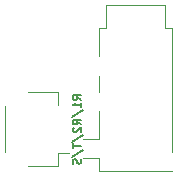
<source format=gbr>
%TF.GenerationSoftware,KiCad,Pcbnew,(6.0.5-0)*%
%TF.CreationDate,2022-07-05T23:04:03-07:00*%
%TF.ProjectId,trrs,74727273-2e6b-4696-9361-645f70636258,rev?*%
%TF.SameCoordinates,Original*%
%TF.FileFunction,Legend,Bot*%
%TF.FilePolarity,Positive*%
%FSLAX46Y46*%
G04 Gerber Fmt 4.6, Leading zero omitted, Abs format (unit mm)*
G04 Created by KiCad (PCBNEW (6.0.5-0)) date 2022-07-05 23:04:03*
%MOMM*%
%LPD*%
G01*
G04 APERTURE LIST*
%ADD10C,0.152400*%
%ADD11C,0.120000*%
G04 APERTURE END LIST*
D10*
X95363666Y-49670000D02*
X95030333Y-49436666D01*
X95363666Y-49270000D02*
X94663666Y-49270000D01*
X94663666Y-49536666D01*
X94697000Y-49603333D01*
X94730333Y-49636666D01*
X94797000Y-49670000D01*
X94897000Y-49670000D01*
X94963666Y-49636666D01*
X94997000Y-49603333D01*
X95030333Y-49536666D01*
X95030333Y-49270000D01*
X95363666Y-50336666D02*
X95363666Y-49936666D01*
X95363666Y-50136666D02*
X94663666Y-50136666D01*
X94763666Y-50070000D01*
X94830333Y-50003333D01*
X94863666Y-49936666D01*
X94630333Y-51136666D02*
X95530333Y-50536666D01*
X95363666Y-51770000D02*
X95030333Y-51536666D01*
X95363666Y-51370000D02*
X94663666Y-51370000D01*
X94663666Y-51636666D01*
X94697000Y-51703333D01*
X94730333Y-51736666D01*
X94797000Y-51770000D01*
X94897000Y-51770000D01*
X94963666Y-51736666D01*
X94997000Y-51703333D01*
X95030333Y-51636666D01*
X95030333Y-51370000D01*
X94730333Y-52036666D02*
X94697000Y-52070000D01*
X94663666Y-52136666D01*
X94663666Y-52303333D01*
X94697000Y-52370000D01*
X94730333Y-52403333D01*
X94797000Y-52436666D01*
X94863666Y-52436666D01*
X94963666Y-52403333D01*
X95363666Y-52003333D01*
X95363666Y-52436666D01*
X94630333Y-53236666D02*
X95530333Y-52636666D01*
X94663666Y-53370000D02*
X94663666Y-53770000D01*
X95363666Y-53570000D02*
X94663666Y-53570000D01*
X94630333Y-54503333D02*
X95530333Y-53903333D01*
X95330333Y-54703333D02*
X95363666Y-54803333D01*
X95363666Y-54970000D01*
X95330333Y-55036666D01*
X95297000Y-55070000D01*
X95230333Y-55103333D01*
X95163666Y-55103333D01*
X95097000Y-55070000D01*
X95063666Y-55036666D01*
X95030333Y-54970000D01*
X94997000Y-54836666D01*
X94963666Y-54770000D01*
X94930333Y-54736666D01*
X94863666Y-54703333D01*
X94797000Y-54703333D01*
X94730333Y-54736666D01*
X94697000Y-54770000D01*
X94663666Y-54836666D01*
X94663666Y-55003333D01*
X94697000Y-55103333D01*
D11*
%TO.C,J6*%
X97500000Y-41625000D02*
X102500000Y-41625000D01*
X96900000Y-50650000D02*
X96900000Y-53050000D01*
X102500000Y-43625000D02*
X102500000Y-41625000D01*
X96900000Y-54600000D02*
X95500000Y-54600000D01*
X97500000Y-43625000D02*
X97500000Y-41625000D01*
X96900000Y-54600000D02*
X96900000Y-55725000D01*
X96900000Y-47650000D02*
X96900000Y-49000000D01*
X96900000Y-43625000D02*
X97500000Y-43625000D01*
X102500000Y-43625000D02*
X103100000Y-43625000D01*
X103100000Y-54150000D02*
X103100000Y-43625000D01*
X96900000Y-53050000D02*
X95500000Y-53050000D01*
X103100000Y-55725000D02*
X96900000Y-55725000D01*
X96900000Y-43625000D02*
X96900000Y-46000000D01*
%TO.C,J8*%
X93392000Y-54230000D02*
X94382000Y-54230000D01*
X88922000Y-54110000D02*
X88922000Y-50230000D01*
X93392000Y-55280000D02*
X93392000Y-54230000D01*
X90892000Y-55280000D02*
X93392000Y-55280000D01*
X90892000Y-49060000D02*
X93392000Y-49060000D01*
X93392000Y-49060000D02*
X93392000Y-50110000D01*
%TD*%
M02*

</source>
